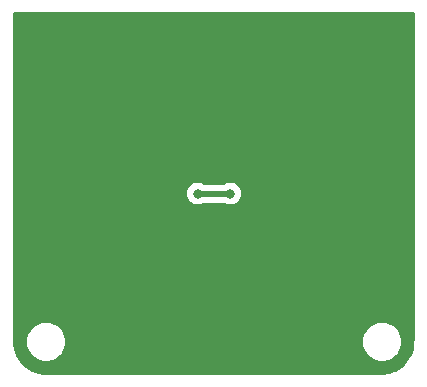
<source format=gbr>
%TF.GenerationSoftware,KiCad,Pcbnew,6.0.10-86aedd382b~118~ubuntu22.04.1*%
%TF.CreationDate,2023-02-07T20:01:53+01:00*%
%TF.ProjectId,ioBoard,696f426f-6172-4642-9e6b-696361645f70,rev?*%
%TF.SameCoordinates,Original*%
%TF.FileFunction,Copper,L2,Bot*%
%TF.FilePolarity,Positive*%
%FSLAX46Y46*%
G04 Gerber Fmt 4.6, Leading zero omitted, Abs format (unit mm)*
G04 Created by KiCad (PCBNEW 6.0.10-86aedd382b~118~ubuntu22.04.1) date 2023-02-07 20:01:53*
%MOMM*%
%LPD*%
G01*
G04 APERTURE LIST*
%TA.AperFunction,ViaPad*%
%ADD10C,0.800000*%
%TD*%
%TA.AperFunction,Conductor*%
%ADD11C,0.500000*%
%TD*%
G04 APERTURE END LIST*
D10*
%TO.N,GND*%
X86512400Y-115773200D03*
X87113200Y-104024165D03*
X86106000Y-91694000D03*
X84836000Y-106883200D03*
X110083600Y-106883200D03*
X88535600Y-104024165D03*
X95910400Y-114858800D03*
X84624000Y-104024165D03*
X85894000Y-104024165D03*
X108356400Y-115824000D03*
X104546400Y-99720400D03*
X94996000Y-114858800D03*
%TO.N,+3.3V*%
X98907600Y-106070400D03*
X96136100Y-106070400D03*
%TD*%
D11*
%TO.N,+3.3V*%
X98907600Y-106070400D02*
X96136100Y-106070400D01*
%TD*%
%TA.AperFunction,Conductor*%
%TO.N,GND*%
G36*
X114433621Y-90698002D02*
G01*
X114480114Y-90751658D01*
X114491500Y-90804000D01*
X114491500Y-118568633D01*
X114490000Y-118588018D01*
X114487690Y-118602851D01*
X114487690Y-118602855D01*
X114486309Y-118611724D01*
X114488662Y-118629720D01*
X114489528Y-118653116D01*
X114477326Y-118870403D01*
X114474332Y-118923708D01*
X114472751Y-118937744D01*
X114447698Y-119085193D01*
X114422646Y-119232636D01*
X114419502Y-119246411D01*
X114336696Y-119533837D01*
X114332029Y-119547174D01*
X114261806Y-119716708D01*
X114245887Y-119755142D01*
X114217565Y-119823517D01*
X114211436Y-119836244D01*
X114066744Y-120098044D01*
X114059231Y-120110000D01*
X113886138Y-120353950D01*
X113877329Y-120364996D01*
X113678018Y-120588026D01*
X113668026Y-120598018D01*
X113444996Y-120797329D01*
X113433950Y-120806138D01*
X113190000Y-120979231D01*
X113178044Y-120986744D01*
X112916244Y-121131436D01*
X112903521Y-121137563D01*
X112796708Y-121181806D01*
X112627174Y-121252029D01*
X112613837Y-121256696D01*
X112326411Y-121339502D01*
X112312636Y-121342646D01*
X112165193Y-121367698D01*
X112017744Y-121392751D01*
X112003712Y-121394332D01*
X111916562Y-121399226D01*
X111740407Y-121409118D01*
X111713962Y-121407817D01*
X111713149Y-121407690D01*
X111713145Y-121407690D01*
X111704276Y-121406309D01*
X111695374Y-121407473D01*
X111695372Y-121407473D01*
X111680323Y-121409441D01*
X111672714Y-121410436D01*
X111656379Y-121411500D01*
X83351367Y-121411500D01*
X83331982Y-121410000D01*
X83317149Y-121407690D01*
X83317145Y-121407690D01*
X83308276Y-121406309D01*
X83290280Y-121408662D01*
X83266884Y-121409528D01*
X82996288Y-121394332D01*
X82982256Y-121392751D01*
X82834807Y-121367698D01*
X82687364Y-121342646D01*
X82673589Y-121339502D01*
X82386163Y-121256696D01*
X82372826Y-121252029D01*
X82203292Y-121181806D01*
X82096479Y-121137563D01*
X82083756Y-121131436D01*
X81821956Y-120986744D01*
X81810000Y-120979231D01*
X81566050Y-120806138D01*
X81555004Y-120797329D01*
X81331974Y-120598018D01*
X81321982Y-120588026D01*
X81122671Y-120364996D01*
X81113862Y-120353950D01*
X80940769Y-120110000D01*
X80933256Y-120098044D01*
X80788564Y-119836244D01*
X80782435Y-119823517D01*
X80754114Y-119755142D01*
X80738194Y-119716708D01*
X80667971Y-119547174D01*
X80663304Y-119533837D01*
X80580498Y-119246411D01*
X80577354Y-119232636D01*
X80552302Y-119085193D01*
X80527249Y-118937744D01*
X80525668Y-118923708D01*
X80522675Y-118870403D01*
X80511089Y-118664100D01*
X80512411Y-118640208D01*
X80512334Y-118640201D01*
X80512537Y-118637937D01*
X80512637Y-118636131D01*
X80512770Y-118635342D01*
X80513576Y-118630552D01*
X80513729Y-118618000D01*
X81698526Y-118618000D01*
X81718391Y-118870403D01*
X81777495Y-119116591D01*
X81874384Y-119350502D01*
X82006672Y-119566376D01*
X82171102Y-119758898D01*
X82363624Y-119923328D01*
X82579498Y-120055616D01*
X82584068Y-120057509D01*
X82584072Y-120057511D01*
X82808836Y-120150611D01*
X82813409Y-120152505D01*
X82898032Y-120172821D01*
X83054784Y-120210454D01*
X83054790Y-120210455D01*
X83059597Y-120211609D01*
X83159416Y-120219465D01*
X83246345Y-120226307D01*
X83246352Y-120226307D01*
X83248801Y-120226500D01*
X83375199Y-120226500D01*
X83377648Y-120226307D01*
X83377655Y-120226307D01*
X83464584Y-120219465D01*
X83564403Y-120211609D01*
X83569210Y-120210455D01*
X83569216Y-120210454D01*
X83725968Y-120172821D01*
X83810591Y-120152505D01*
X83815164Y-120150611D01*
X84039928Y-120057511D01*
X84039932Y-120057509D01*
X84044502Y-120055616D01*
X84260376Y-119923328D01*
X84452898Y-119758898D01*
X84617328Y-119566376D01*
X84749616Y-119350502D01*
X84846505Y-119116591D01*
X84905609Y-118870403D01*
X84925474Y-118618000D01*
X110146526Y-118618000D01*
X110166391Y-118870403D01*
X110225495Y-119116591D01*
X110322384Y-119350502D01*
X110454672Y-119566376D01*
X110619102Y-119758898D01*
X110811624Y-119923328D01*
X111027498Y-120055616D01*
X111032068Y-120057509D01*
X111032072Y-120057511D01*
X111256836Y-120150611D01*
X111261409Y-120152505D01*
X111346032Y-120172821D01*
X111502784Y-120210454D01*
X111502790Y-120210455D01*
X111507597Y-120211609D01*
X111607416Y-120219465D01*
X111694345Y-120226307D01*
X111694352Y-120226307D01*
X111696801Y-120226500D01*
X111823199Y-120226500D01*
X111825648Y-120226307D01*
X111825655Y-120226307D01*
X111912584Y-120219465D01*
X112012403Y-120211609D01*
X112017210Y-120210455D01*
X112017216Y-120210454D01*
X112173968Y-120172821D01*
X112258591Y-120152505D01*
X112263164Y-120150611D01*
X112487928Y-120057511D01*
X112487932Y-120057509D01*
X112492502Y-120055616D01*
X112708376Y-119923328D01*
X112900898Y-119758898D01*
X113065328Y-119566376D01*
X113197616Y-119350502D01*
X113294505Y-119116591D01*
X113353609Y-118870403D01*
X113373474Y-118618000D01*
X113353609Y-118365597D01*
X113294505Y-118119409D01*
X113197616Y-117885498D01*
X113065328Y-117669624D01*
X112900898Y-117477102D01*
X112708376Y-117312672D01*
X112492502Y-117180384D01*
X112487932Y-117178491D01*
X112487928Y-117178489D01*
X112263164Y-117085389D01*
X112263162Y-117085388D01*
X112258591Y-117083495D01*
X112173968Y-117063179D01*
X112017216Y-117025546D01*
X112017210Y-117025545D01*
X112012403Y-117024391D01*
X111912584Y-117016535D01*
X111825655Y-117009693D01*
X111825648Y-117009693D01*
X111823199Y-117009500D01*
X111696801Y-117009500D01*
X111694352Y-117009693D01*
X111694345Y-117009693D01*
X111607416Y-117016535D01*
X111507597Y-117024391D01*
X111502790Y-117025545D01*
X111502784Y-117025546D01*
X111346032Y-117063179D01*
X111261409Y-117083495D01*
X111256838Y-117085388D01*
X111256836Y-117085389D01*
X111032072Y-117178489D01*
X111032068Y-117178491D01*
X111027498Y-117180384D01*
X110811624Y-117312672D01*
X110619102Y-117477102D01*
X110454672Y-117669624D01*
X110322384Y-117885498D01*
X110225495Y-118119409D01*
X110166391Y-118365597D01*
X110146526Y-118618000D01*
X84925474Y-118618000D01*
X84905609Y-118365597D01*
X84846505Y-118119409D01*
X84749616Y-117885498D01*
X84617328Y-117669624D01*
X84452898Y-117477102D01*
X84260376Y-117312672D01*
X84044502Y-117180384D01*
X84039932Y-117178491D01*
X84039928Y-117178489D01*
X83815164Y-117085389D01*
X83815162Y-117085388D01*
X83810591Y-117083495D01*
X83725968Y-117063179D01*
X83569216Y-117025546D01*
X83569210Y-117025545D01*
X83564403Y-117024391D01*
X83464584Y-117016535D01*
X83377655Y-117009693D01*
X83377648Y-117009693D01*
X83375199Y-117009500D01*
X83248801Y-117009500D01*
X83246352Y-117009693D01*
X83246345Y-117009693D01*
X83159416Y-117016535D01*
X83059597Y-117024391D01*
X83054790Y-117025545D01*
X83054784Y-117025546D01*
X82898032Y-117063179D01*
X82813409Y-117083495D01*
X82808838Y-117085388D01*
X82808836Y-117085389D01*
X82584072Y-117178489D01*
X82584068Y-117178491D01*
X82579498Y-117180384D01*
X82363624Y-117312672D01*
X82171102Y-117477102D01*
X82006672Y-117669624D01*
X81874384Y-117885498D01*
X81777495Y-118119409D01*
X81718391Y-118365597D01*
X81698526Y-118618000D01*
X80513729Y-118618000D01*
X80509773Y-118590376D01*
X80508500Y-118572514D01*
X80508500Y-106070400D01*
X95222596Y-106070400D01*
X95242558Y-106260328D01*
X95301573Y-106441956D01*
X95397060Y-106607344D01*
X95524847Y-106749266D01*
X95623943Y-106821264D01*
X95674004Y-106857635D01*
X95679348Y-106861518D01*
X95685376Y-106864202D01*
X95685378Y-106864203D01*
X95847781Y-106936509D01*
X95853812Y-106939194D01*
X95947213Y-106959047D01*
X96034156Y-106977528D01*
X96034161Y-106977528D01*
X96040613Y-106978900D01*
X96231587Y-106978900D01*
X96238039Y-106977528D01*
X96238044Y-106977528D01*
X96324987Y-106959047D01*
X96418388Y-106939194D01*
X96424419Y-106936509D01*
X96586822Y-106864203D01*
X96586824Y-106864202D01*
X96592852Y-106861518D01*
X96598191Y-106857639D01*
X96598198Y-106857635D01*
X96604628Y-106852963D01*
X96678687Y-106828900D01*
X98365013Y-106828900D01*
X98439072Y-106852963D01*
X98445502Y-106857635D01*
X98445509Y-106857639D01*
X98450848Y-106861518D01*
X98456876Y-106864202D01*
X98456878Y-106864203D01*
X98619281Y-106936509D01*
X98625312Y-106939194D01*
X98718713Y-106959047D01*
X98805656Y-106977528D01*
X98805661Y-106977528D01*
X98812113Y-106978900D01*
X99003087Y-106978900D01*
X99009539Y-106977528D01*
X99009544Y-106977528D01*
X99096487Y-106959047D01*
X99189888Y-106939194D01*
X99195919Y-106936509D01*
X99358322Y-106864203D01*
X99358324Y-106864202D01*
X99364352Y-106861518D01*
X99369697Y-106857635D01*
X99419757Y-106821264D01*
X99518853Y-106749266D01*
X99646640Y-106607344D01*
X99742127Y-106441956D01*
X99801142Y-106260328D01*
X99821104Y-106070400D01*
X99801142Y-105880472D01*
X99742127Y-105698844D01*
X99646640Y-105533456D01*
X99518853Y-105391534D01*
X99376127Y-105287837D01*
X99369694Y-105283163D01*
X99369693Y-105283162D01*
X99364352Y-105279282D01*
X99358324Y-105276598D01*
X99358322Y-105276597D01*
X99195919Y-105204291D01*
X99195918Y-105204291D01*
X99189888Y-105201606D01*
X99096487Y-105181753D01*
X99009544Y-105163272D01*
X99009539Y-105163272D01*
X99003087Y-105161900D01*
X98812113Y-105161900D01*
X98805661Y-105163272D01*
X98805656Y-105163272D01*
X98718713Y-105181753D01*
X98625312Y-105201606D01*
X98619282Y-105204291D01*
X98619281Y-105204291D01*
X98456878Y-105276597D01*
X98456876Y-105276598D01*
X98450848Y-105279282D01*
X98445509Y-105283161D01*
X98445502Y-105283165D01*
X98439072Y-105287837D01*
X98365013Y-105311900D01*
X96678687Y-105311900D01*
X96604628Y-105287837D01*
X96598198Y-105283165D01*
X96598191Y-105283161D01*
X96592852Y-105279282D01*
X96586824Y-105276598D01*
X96586822Y-105276597D01*
X96424419Y-105204291D01*
X96424418Y-105204291D01*
X96418388Y-105201606D01*
X96324987Y-105181753D01*
X96238044Y-105163272D01*
X96238039Y-105163272D01*
X96231587Y-105161900D01*
X96040613Y-105161900D01*
X96034161Y-105163272D01*
X96034156Y-105163272D01*
X95947213Y-105181753D01*
X95853812Y-105201606D01*
X95847782Y-105204291D01*
X95847781Y-105204291D01*
X95685378Y-105276597D01*
X95685376Y-105276598D01*
X95679348Y-105279282D01*
X95674007Y-105283162D01*
X95674006Y-105283163D01*
X95667573Y-105287837D01*
X95524847Y-105391534D01*
X95397060Y-105533456D01*
X95301573Y-105698844D01*
X95242558Y-105880472D01*
X95222596Y-106070400D01*
X80508500Y-106070400D01*
X80508500Y-90804000D01*
X80528502Y-90735879D01*
X80582158Y-90689386D01*
X80634500Y-90678000D01*
X114365500Y-90678000D01*
X114433621Y-90698002D01*
G37*
%TD.AperFunction*%
%TD*%
M02*

</source>
